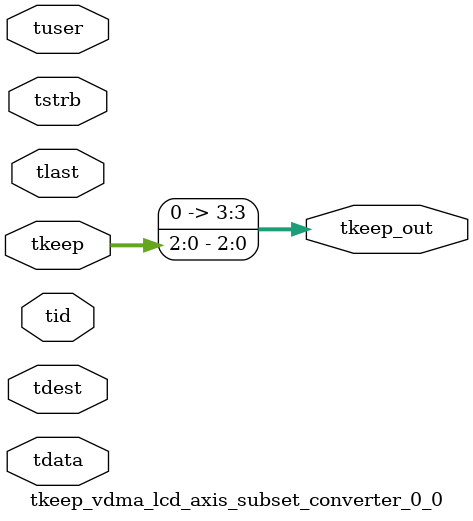
<source format=v>


`timescale 1ps/1ps

module tkeep_vdma_lcd_axis_subset_converter_0_0 #
(
parameter C_S_AXIS_TDATA_WIDTH = 32,
parameter C_S_AXIS_TUSER_WIDTH = 0,
parameter C_S_AXIS_TID_WIDTH   = 0,
parameter C_S_AXIS_TDEST_WIDTH = 0,
parameter C_M_AXIS_TDATA_WIDTH = 32
)
(
input  [(C_S_AXIS_TDATA_WIDTH == 0 ? 1 : C_S_AXIS_TDATA_WIDTH)-1:0     ] tdata,
input  [(C_S_AXIS_TUSER_WIDTH == 0 ? 1 : C_S_AXIS_TUSER_WIDTH)-1:0     ] tuser,
input  [(C_S_AXIS_TID_WIDTH   == 0 ? 1 : C_S_AXIS_TID_WIDTH)-1:0       ] tid,
input  [(C_S_AXIS_TDEST_WIDTH == 0 ? 1 : C_S_AXIS_TDEST_WIDTH)-1:0     ] tdest,
input  [(C_S_AXIS_TDATA_WIDTH/8)-1:0 ] tkeep,
input  [(C_S_AXIS_TDATA_WIDTH/8)-1:0 ] tstrb,
input                                                                    tlast,
output [(C_M_AXIS_TDATA_WIDTH/8)-1:0 ] tkeep_out
);

assign tkeep_out = {tkeep[2:0]};

endmodule


</source>
